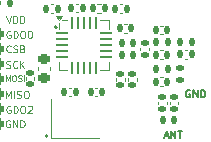
<source format=gbr>
%TF.GenerationSoftware,KiCad,Pcbnew,8.0.5-8.0.5-0~ubuntu22.04.1*%
%TF.CreationDate,2024-09-30T12:15:54+02:00*%
%TF.ProjectId,CC1101_868MHz_RF_Modul_FUEL4EP,43433131-3031-45f3-9836-384d487a5f52,1.7*%
%TF.SameCoordinates,Original*%
%TF.FileFunction,Legend,Top*%
%TF.FilePolarity,Positive*%
%FSLAX46Y46*%
G04 Gerber Fmt 4.6, Leading zero omitted, Abs format (unit mm)*
G04 Created by KiCad (PCBNEW 8.0.5-8.0.5-0~ubuntu22.04.1) date 2024-09-30 12:15:54*
%MOMM*%
%LPD*%
G01*
G04 APERTURE LIST*
G04 Aperture macros list*
%AMRoundRect*
0 Rectangle with rounded corners*
0 $1 Rounding radius*
0 $2 $3 $4 $5 $6 $7 $8 $9 X,Y pos of 4 corners*
0 Add a 4 corners polygon primitive as box body*
4,1,4,$2,$3,$4,$5,$6,$7,$8,$9,$2,$3,0*
0 Add four circle primitives for the rounded corners*
1,1,$1+$1,$2,$3*
1,1,$1+$1,$4,$5*
1,1,$1+$1,$6,$7*
1,1,$1+$1,$8,$9*
0 Add four rect primitives between the rounded corners*
20,1,$1+$1,$2,$3,$4,$5,0*
20,1,$1+$1,$4,$5,$6,$7,0*
20,1,$1+$1,$6,$7,$8,$9,0*
20,1,$1+$1,$8,$9,$2,$3,0*%
G04 Aperture macros list end*
%ADD10C,0.176200*%
%ADD11C,0.150000*%
%ADD12C,0.100000*%
%ADD13C,0.120000*%
%ADD14RoundRect,0.147500X-0.147500X-0.172500X0.147500X-0.172500X0.147500X0.172500X-0.147500X0.172500X0*%
%ADD15RoundRect,0.140000X0.140000X0.170000X-0.140000X0.170000X-0.140000X-0.170000X0.140000X-0.170000X0*%
%ADD16RoundRect,0.140000X-0.140000X-0.170000X0.140000X-0.170000X0.140000X0.170000X-0.140000X0.170000X0*%
%ADD17RoundRect,0.250000X-0.600000X-0.250000X0.600000X-0.250000X0.600000X0.250000X-0.600000X0.250000X0*%
%ADD18RoundRect,0.147500X-0.172500X0.147500X-0.172500X-0.147500X0.172500X-0.147500X0.172500X0.147500X0*%
%ADD19RoundRect,0.140000X0.170000X-0.140000X0.170000X0.140000X-0.170000X0.140000X-0.170000X-0.140000X0*%
%ADD20R,1.700000X1.000000*%
%ADD21RoundRect,0.140000X-0.170000X0.140000X-0.170000X-0.140000X0.170000X-0.140000X0.170000X0.140000X0*%
%ADD22RoundRect,0.135000X0.135000X0.185000X-0.135000X0.185000X-0.135000X-0.185000X0.135000X-0.185000X0*%
%ADD23R,1.400000X1.200000*%
%ADD24RoundRect,0.225000X-0.250000X0.225000X-0.250000X-0.225000X0.250000X-0.225000X0.250000X0.225000X0*%
%ADD25RoundRect,0.062500X-0.425000X-0.062500X0.425000X-0.062500X0.425000X0.062500X-0.425000X0.062500X0*%
%ADD26RoundRect,0.062500X-0.062500X-0.425000X0.062500X-0.425000X0.062500X0.425000X-0.062500X0.425000X0*%
%ADD27R,2.400000X2.400000*%
G04 APERTURE END LIST*
D10*
X5538100Y1025000D02*
G75*
G02*
X5361900Y1025000I-88100J0D01*
G01*
X5361900Y1025000D02*
G75*
G02*
X5538100Y1025000I88100J0D01*
G01*
X6288100Y10225000D02*
G75*
G02*
X6111900Y10225000I-88100J0D01*
G01*
X6111900Y10225000D02*
G75*
G02*
X6288100Y10225000I88100J0D01*
G01*
D11*
X15443285Y1044657D02*
X15729000Y1044657D01*
X15386142Y873228D02*
X15586142Y1473228D01*
X15586142Y1473228D02*
X15786142Y873228D01*
X15986143Y873228D02*
X15986143Y1473228D01*
X15986143Y1473228D02*
X16329000Y873228D01*
X16329000Y873228D02*
X16329000Y1473228D01*
X16528999Y1473228D02*
X16871857Y1473228D01*
X16700428Y873228D02*
X16700428Y1473228D01*
X17576857Y4873657D02*
X17519715Y4902228D01*
X17519715Y4902228D02*
X17434000Y4902228D01*
X17434000Y4902228D02*
X17348286Y4873657D01*
X17348286Y4873657D02*
X17291143Y4816514D01*
X17291143Y4816514D02*
X17262572Y4759371D01*
X17262572Y4759371D02*
X17234000Y4645085D01*
X17234000Y4645085D02*
X17234000Y4559371D01*
X17234000Y4559371D02*
X17262572Y4445085D01*
X17262572Y4445085D02*
X17291143Y4387942D01*
X17291143Y4387942D02*
X17348286Y4330800D01*
X17348286Y4330800D02*
X17434000Y4302228D01*
X17434000Y4302228D02*
X17491143Y4302228D01*
X17491143Y4302228D02*
X17576857Y4330800D01*
X17576857Y4330800D02*
X17605429Y4359371D01*
X17605429Y4359371D02*
X17605429Y4559371D01*
X17605429Y4559371D02*
X17491143Y4559371D01*
X17862572Y4302228D02*
X17862572Y4902228D01*
X17862572Y4902228D02*
X18205429Y4302228D01*
X18205429Y4302228D02*
X18205429Y4902228D01*
X18491143Y4302228D02*
X18491143Y4902228D01*
X18491143Y4902228D02*
X18634000Y4902228D01*
X18634000Y4902228D02*
X18719714Y4873657D01*
X18719714Y4873657D02*
X18776857Y4816514D01*
X18776857Y4816514D02*
X18805428Y4759371D01*
X18805428Y4759371D02*
X18834000Y4645085D01*
X18834000Y4645085D02*
X18834000Y4559371D01*
X18834000Y4559371D02*
X18805428Y4445085D01*
X18805428Y4445085D02*
X18776857Y4387942D01*
X18776857Y4387942D02*
X18719714Y4330800D01*
X18719714Y4330800D02*
X18634000Y4302228D01*
X18634000Y4302228D02*
X18491143Y4302228D01*
D12*
X2351731Y3545657D02*
X2294589Y3574228D01*
X2294589Y3574228D02*
X2208874Y3574228D01*
X2208874Y3574228D02*
X2123160Y3545657D01*
X2123160Y3545657D02*
X2066017Y3488514D01*
X2066017Y3488514D02*
X2037446Y3431371D01*
X2037446Y3431371D02*
X2008874Y3317085D01*
X2008874Y3317085D02*
X2008874Y3231371D01*
X2008874Y3231371D02*
X2037446Y3117085D01*
X2037446Y3117085D02*
X2066017Y3059942D01*
X2066017Y3059942D02*
X2123160Y3002800D01*
X2123160Y3002800D02*
X2208874Y2974228D01*
X2208874Y2974228D02*
X2266017Y2974228D01*
X2266017Y2974228D02*
X2351731Y3002800D01*
X2351731Y3002800D02*
X2380303Y3031371D01*
X2380303Y3031371D02*
X2380303Y3231371D01*
X2380303Y3231371D02*
X2266017Y3231371D01*
X2637446Y2974228D02*
X2637446Y3574228D01*
X2637446Y3574228D02*
X2780303Y3574228D01*
X2780303Y3574228D02*
X2866017Y3545657D01*
X2866017Y3545657D02*
X2923160Y3488514D01*
X2923160Y3488514D02*
X2951731Y3431371D01*
X2951731Y3431371D02*
X2980303Y3317085D01*
X2980303Y3317085D02*
X2980303Y3231371D01*
X2980303Y3231371D02*
X2951731Y3117085D01*
X2951731Y3117085D02*
X2923160Y3059942D01*
X2923160Y3059942D02*
X2866017Y3002800D01*
X2866017Y3002800D02*
X2780303Y2974228D01*
X2780303Y2974228D02*
X2637446Y2974228D01*
X3351731Y3574228D02*
X3466017Y3574228D01*
X3466017Y3574228D02*
X3523160Y3545657D01*
X3523160Y3545657D02*
X3580303Y3488514D01*
X3580303Y3488514D02*
X3608874Y3374228D01*
X3608874Y3374228D02*
X3608874Y3174228D01*
X3608874Y3174228D02*
X3580303Y3059942D01*
X3580303Y3059942D02*
X3523160Y3002800D01*
X3523160Y3002800D02*
X3466017Y2974228D01*
X3466017Y2974228D02*
X3351731Y2974228D01*
X3351731Y2974228D02*
X3294589Y3002800D01*
X3294589Y3002800D02*
X3237446Y3059942D01*
X3237446Y3059942D02*
X3208874Y3174228D01*
X3208874Y3174228D02*
X3208874Y3374228D01*
X3208874Y3374228D02*
X3237446Y3488514D01*
X3237446Y3488514D02*
X3294589Y3545657D01*
X3294589Y3545657D02*
X3351731Y3574228D01*
X3837445Y3517085D02*
X3866017Y3545657D01*
X3866017Y3545657D02*
X3923160Y3574228D01*
X3923160Y3574228D02*
X4066017Y3574228D01*
X4066017Y3574228D02*
X4123160Y3545657D01*
X4123160Y3545657D02*
X4151731Y3517085D01*
X4151731Y3517085D02*
X4180302Y3459942D01*
X4180302Y3459942D02*
X4180302Y3402800D01*
X4180302Y3402800D02*
X4151731Y3317085D01*
X4151731Y3317085D02*
X3808874Y2974228D01*
X3808874Y2974228D02*
X4180302Y2974228D01*
X2002531Y11194228D02*
X2202531Y10594228D01*
X2202531Y10594228D02*
X2402531Y11194228D01*
X2602532Y10594228D02*
X2602532Y11194228D01*
X2602532Y11194228D02*
X2745389Y11194228D01*
X2745389Y11194228D02*
X2831103Y11165657D01*
X2831103Y11165657D02*
X2888246Y11108514D01*
X2888246Y11108514D02*
X2916817Y11051371D01*
X2916817Y11051371D02*
X2945389Y10937085D01*
X2945389Y10937085D02*
X2945389Y10851371D01*
X2945389Y10851371D02*
X2916817Y10737085D01*
X2916817Y10737085D02*
X2888246Y10679942D01*
X2888246Y10679942D02*
X2831103Y10622800D01*
X2831103Y10622800D02*
X2745389Y10594228D01*
X2745389Y10594228D02*
X2602532Y10594228D01*
X3202532Y10594228D02*
X3202532Y11194228D01*
X3202532Y11194228D02*
X3345389Y11194228D01*
X3345389Y11194228D02*
X3431103Y11165657D01*
X3431103Y11165657D02*
X3488246Y11108514D01*
X3488246Y11108514D02*
X3516817Y11051371D01*
X3516817Y11051371D02*
X3545389Y10937085D01*
X3545389Y10937085D02*
X3545389Y10851371D01*
X3545389Y10851371D02*
X3516817Y10737085D01*
X3516817Y10737085D02*
X3488246Y10679942D01*
X3488246Y10679942D02*
X3431103Y10622800D01*
X3431103Y10622800D02*
X3345389Y10594228D01*
X3345389Y10594228D02*
X3202532Y10594228D01*
X2380303Y8162171D02*
X2351731Y8133600D01*
X2351731Y8133600D02*
X2266017Y8105028D01*
X2266017Y8105028D02*
X2208874Y8105028D01*
X2208874Y8105028D02*
X2123160Y8133600D01*
X2123160Y8133600D02*
X2066017Y8190742D01*
X2066017Y8190742D02*
X2037446Y8247885D01*
X2037446Y8247885D02*
X2008874Y8362171D01*
X2008874Y8362171D02*
X2008874Y8447885D01*
X2008874Y8447885D02*
X2037446Y8562171D01*
X2037446Y8562171D02*
X2066017Y8619314D01*
X2066017Y8619314D02*
X2123160Y8676457D01*
X2123160Y8676457D02*
X2208874Y8705028D01*
X2208874Y8705028D02*
X2266017Y8705028D01*
X2266017Y8705028D02*
X2351731Y8676457D01*
X2351731Y8676457D02*
X2380303Y8647885D01*
X2608874Y8133600D02*
X2694589Y8105028D01*
X2694589Y8105028D02*
X2837446Y8105028D01*
X2837446Y8105028D02*
X2894589Y8133600D01*
X2894589Y8133600D02*
X2923160Y8162171D01*
X2923160Y8162171D02*
X2951731Y8219314D01*
X2951731Y8219314D02*
X2951731Y8276457D01*
X2951731Y8276457D02*
X2923160Y8333600D01*
X2923160Y8333600D02*
X2894589Y8362171D01*
X2894589Y8362171D02*
X2837446Y8390742D01*
X2837446Y8390742D02*
X2723160Y8419314D01*
X2723160Y8419314D02*
X2666017Y8447885D01*
X2666017Y8447885D02*
X2637446Y8476457D01*
X2637446Y8476457D02*
X2608874Y8533600D01*
X2608874Y8533600D02*
X2608874Y8590742D01*
X2608874Y8590742D02*
X2637446Y8647885D01*
X2637446Y8647885D02*
X2666017Y8676457D01*
X2666017Y8676457D02*
X2723160Y8705028D01*
X2723160Y8705028D02*
X2866017Y8705028D01*
X2866017Y8705028D02*
X2951731Y8676457D01*
X3408875Y8419314D02*
X3494589Y8390742D01*
X3494589Y8390742D02*
X3523160Y8362171D01*
X3523160Y8362171D02*
X3551732Y8305028D01*
X3551732Y8305028D02*
X3551732Y8219314D01*
X3551732Y8219314D02*
X3523160Y8162171D01*
X3523160Y8162171D02*
X3494589Y8133600D01*
X3494589Y8133600D02*
X3437446Y8105028D01*
X3437446Y8105028D02*
X3208875Y8105028D01*
X3208875Y8105028D02*
X3208875Y8705028D01*
X3208875Y8705028D02*
X3408875Y8705028D01*
X3408875Y8705028D02*
X3466018Y8676457D01*
X3466018Y8676457D02*
X3494589Y8647885D01*
X3494589Y8647885D02*
X3523160Y8590742D01*
X3523160Y8590742D02*
X3523160Y8533600D01*
X3523160Y8533600D02*
X3494589Y8476457D01*
X3494589Y8476457D02*
X3466018Y8447885D01*
X3466018Y8447885D02*
X3408875Y8419314D01*
X3408875Y8419314D02*
X3208875Y8419314D01*
X2300931Y2326457D02*
X2243789Y2355028D01*
X2243789Y2355028D02*
X2158074Y2355028D01*
X2158074Y2355028D02*
X2072360Y2326457D01*
X2072360Y2326457D02*
X2015217Y2269314D01*
X2015217Y2269314D02*
X1986646Y2212171D01*
X1986646Y2212171D02*
X1958074Y2097885D01*
X1958074Y2097885D02*
X1958074Y2012171D01*
X1958074Y2012171D02*
X1986646Y1897885D01*
X1986646Y1897885D02*
X2015217Y1840742D01*
X2015217Y1840742D02*
X2072360Y1783600D01*
X2072360Y1783600D02*
X2158074Y1755028D01*
X2158074Y1755028D02*
X2215217Y1755028D01*
X2215217Y1755028D02*
X2300931Y1783600D01*
X2300931Y1783600D02*
X2329503Y1812171D01*
X2329503Y1812171D02*
X2329503Y2012171D01*
X2329503Y2012171D02*
X2215217Y2012171D01*
X2586646Y1755028D02*
X2586646Y2355028D01*
X2586646Y2355028D02*
X2929503Y1755028D01*
X2929503Y1755028D02*
X2929503Y2355028D01*
X3215217Y1755028D02*
X3215217Y2355028D01*
X3215217Y2355028D02*
X3358074Y2355028D01*
X3358074Y2355028D02*
X3443788Y2326457D01*
X3443788Y2326457D02*
X3500931Y2269314D01*
X3500931Y2269314D02*
X3529502Y2212171D01*
X3529502Y2212171D02*
X3558074Y2097885D01*
X3558074Y2097885D02*
X3558074Y2012171D01*
X3558074Y2012171D02*
X3529502Y1897885D01*
X3529502Y1897885D02*
X3500931Y1840742D01*
X3500931Y1840742D02*
X3443788Y1783600D01*
X3443788Y1783600D02*
X3358074Y1755028D01*
X3358074Y1755028D02*
X3215217Y1755028D01*
X2008874Y6812800D02*
X2094589Y6784228D01*
X2094589Y6784228D02*
X2237446Y6784228D01*
X2237446Y6784228D02*
X2294589Y6812800D01*
X2294589Y6812800D02*
X2323160Y6841371D01*
X2323160Y6841371D02*
X2351731Y6898514D01*
X2351731Y6898514D02*
X2351731Y6955657D01*
X2351731Y6955657D02*
X2323160Y7012800D01*
X2323160Y7012800D02*
X2294589Y7041371D01*
X2294589Y7041371D02*
X2237446Y7069942D01*
X2237446Y7069942D02*
X2123160Y7098514D01*
X2123160Y7098514D02*
X2066017Y7127085D01*
X2066017Y7127085D02*
X2037446Y7155657D01*
X2037446Y7155657D02*
X2008874Y7212800D01*
X2008874Y7212800D02*
X2008874Y7269942D01*
X2008874Y7269942D02*
X2037446Y7327085D01*
X2037446Y7327085D02*
X2066017Y7355657D01*
X2066017Y7355657D02*
X2123160Y7384228D01*
X2123160Y7384228D02*
X2266017Y7384228D01*
X2266017Y7384228D02*
X2351731Y7355657D01*
X2951732Y6841371D02*
X2923160Y6812800D01*
X2923160Y6812800D02*
X2837446Y6784228D01*
X2837446Y6784228D02*
X2780303Y6784228D01*
X2780303Y6784228D02*
X2694589Y6812800D01*
X2694589Y6812800D02*
X2637446Y6869942D01*
X2637446Y6869942D02*
X2608875Y6927085D01*
X2608875Y6927085D02*
X2580303Y7041371D01*
X2580303Y7041371D02*
X2580303Y7127085D01*
X2580303Y7127085D02*
X2608875Y7241371D01*
X2608875Y7241371D02*
X2637446Y7298514D01*
X2637446Y7298514D02*
X2694589Y7355657D01*
X2694589Y7355657D02*
X2780303Y7384228D01*
X2780303Y7384228D02*
X2837446Y7384228D01*
X2837446Y7384228D02*
X2923160Y7355657D01*
X2923160Y7355657D02*
X2951732Y7327085D01*
X3208875Y6784228D02*
X3208875Y7384228D01*
X3551732Y6784228D02*
X3294589Y7127085D01*
X3551732Y7384228D02*
X3208875Y7041371D01*
X1986646Y4244228D02*
X1986646Y4844228D01*
X1986646Y4844228D02*
X2186646Y4415657D01*
X2186646Y4415657D02*
X2386646Y4844228D01*
X2386646Y4844228D02*
X2386646Y4244228D01*
X2672360Y4244228D02*
X2672360Y4844228D01*
X2929502Y4272800D02*
X3015217Y4244228D01*
X3015217Y4244228D02*
X3158074Y4244228D01*
X3158074Y4244228D02*
X3215217Y4272800D01*
X3215217Y4272800D02*
X3243788Y4301371D01*
X3243788Y4301371D02*
X3272359Y4358514D01*
X3272359Y4358514D02*
X3272359Y4415657D01*
X3272359Y4415657D02*
X3243788Y4472800D01*
X3243788Y4472800D02*
X3215217Y4501371D01*
X3215217Y4501371D02*
X3158074Y4529942D01*
X3158074Y4529942D02*
X3043788Y4558514D01*
X3043788Y4558514D02*
X2986645Y4587085D01*
X2986645Y4587085D02*
X2958074Y4615657D01*
X2958074Y4615657D02*
X2929502Y4672800D01*
X2929502Y4672800D02*
X2929502Y4729942D01*
X2929502Y4729942D02*
X2958074Y4787085D01*
X2958074Y4787085D02*
X2986645Y4815657D01*
X2986645Y4815657D02*
X3043788Y4844228D01*
X3043788Y4844228D02*
X3186645Y4844228D01*
X3186645Y4844228D02*
X3272359Y4815657D01*
X3643788Y4844228D02*
X3758074Y4844228D01*
X3758074Y4844228D02*
X3815217Y4815657D01*
X3815217Y4815657D02*
X3872360Y4758514D01*
X3872360Y4758514D02*
X3900931Y4644228D01*
X3900931Y4644228D02*
X3900931Y4444228D01*
X3900931Y4444228D02*
X3872360Y4329942D01*
X3872360Y4329942D02*
X3815217Y4272800D01*
X3815217Y4272800D02*
X3758074Y4244228D01*
X3758074Y4244228D02*
X3643788Y4244228D01*
X3643788Y4244228D02*
X3586646Y4272800D01*
X3586646Y4272800D02*
X3529503Y4329942D01*
X3529503Y4329942D02*
X3500931Y4444228D01*
X3500931Y4444228D02*
X3500931Y4644228D01*
X3500931Y4644228D02*
X3529503Y4758514D01*
X3529503Y4758514D02*
X3586646Y4815657D01*
X3586646Y4815657D02*
X3643788Y4844228D01*
X1962836Y5654390D02*
X1962836Y6154390D01*
X1962836Y6154390D02*
X2129503Y5797247D01*
X2129503Y5797247D02*
X2296169Y6154390D01*
X2296169Y6154390D02*
X2296169Y5654390D01*
X2629503Y6154390D02*
X2724741Y6154390D01*
X2724741Y6154390D02*
X2772360Y6130580D01*
X2772360Y6130580D02*
X2819979Y6082961D01*
X2819979Y6082961D02*
X2843789Y5987723D01*
X2843789Y5987723D02*
X2843789Y5821057D01*
X2843789Y5821057D02*
X2819979Y5725819D01*
X2819979Y5725819D02*
X2772360Y5678200D01*
X2772360Y5678200D02*
X2724741Y5654390D01*
X2724741Y5654390D02*
X2629503Y5654390D01*
X2629503Y5654390D02*
X2581884Y5678200D01*
X2581884Y5678200D02*
X2534265Y5725819D01*
X2534265Y5725819D02*
X2510456Y5821057D01*
X2510456Y5821057D02*
X2510456Y5987723D01*
X2510456Y5987723D02*
X2534265Y6082961D01*
X2534265Y6082961D02*
X2581884Y6130580D01*
X2581884Y6130580D02*
X2629503Y6154390D01*
X3034266Y5678200D02*
X3105694Y5654390D01*
X3105694Y5654390D02*
X3224742Y5654390D01*
X3224742Y5654390D02*
X3272361Y5678200D01*
X3272361Y5678200D02*
X3296170Y5702009D01*
X3296170Y5702009D02*
X3319980Y5749628D01*
X3319980Y5749628D02*
X3319980Y5797247D01*
X3319980Y5797247D02*
X3296170Y5844866D01*
X3296170Y5844866D02*
X3272361Y5868676D01*
X3272361Y5868676D02*
X3224742Y5892485D01*
X3224742Y5892485D02*
X3129504Y5916295D01*
X3129504Y5916295D02*
X3081885Y5940104D01*
X3081885Y5940104D02*
X3058075Y5963914D01*
X3058075Y5963914D02*
X3034266Y6011533D01*
X3034266Y6011533D02*
X3034266Y6059152D01*
X3034266Y6059152D02*
X3058075Y6106771D01*
X3058075Y6106771D02*
X3081885Y6130580D01*
X3081885Y6130580D02*
X3129504Y6154390D01*
X3129504Y6154390D02*
X3248551Y6154390D01*
X3248551Y6154390D02*
X3319980Y6130580D01*
X3534265Y5654390D02*
X3534265Y6154390D01*
X2351731Y9895657D02*
X2294589Y9924228D01*
X2294589Y9924228D02*
X2208874Y9924228D01*
X2208874Y9924228D02*
X2123160Y9895657D01*
X2123160Y9895657D02*
X2066017Y9838514D01*
X2066017Y9838514D02*
X2037446Y9781371D01*
X2037446Y9781371D02*
X2008874Y9667085D01*
X2008874Y9667085D02*
X2008874Y9581371D01*
X2008874Y9581371D02*
X2037446Y9467085D01*
X2037446Y9467085D02*
X2066017Y9409942D01*
X2066017Y9409942D02*
X2123160Y9352800D01*
X2123160Y9352800D02*
X2208874Y9324228D01*
X2208874Y9324228D02*
X2266017Y9324228D01*
X2266017Y9324228D02*
X2351731Y9352800D01*
X2351731Y9352800D02*
X2380303Y9381371D01*
X2380303Y9381371D02*
X2380303Y9581371D01*
X2380303Y9581371D02*
X2266017Y9581371D01*
X2637446Y9324228D02*
X2637446Y9924228D01*
X2637446Y9924228D02*
X2780303Y9924228D01*
X2780303Y9924228D02*
X2866017Y9895657D01*
X2866017Y9895657D02*
X2923160Y9838514D01*
X2923160Y9838514D02*
X2951731Y9781371D01*
X2951731Y9781371D02*
X2980303Y9667085D01*
X2980303Y9667085D02*
X2980303Y9581371D01*
X2980303Y9581371D02*
X2951731Y9467085D01*
X2951731Y9467085D02*
X2923160Y9409942D01*
X2923160Y9409942D02*
X2866017Y9352800D01*
X2866017Y9352800D02*
X2780303Y9324228D01*
X2780303Y9324228D02*
X2637446Y9324228D01*
X3351731Y9924228D02*
X3466017Y9924228D01*
X3466017Y9924228D02*
X3523160Y9895657D01*
X3523160Y9895657D02*
X3580303Y9838514D01*
X3580303Y9838514D02*
X3608874Y9724228D01*
X3608874Y9724228D02*
X3608874Y9524228D01*
X3608874Y9524228D02*
X3580303Y9409942D01*
X3580303Y9409942D02*
X3523160Y9352800D01*
X3523160Y9352800D02*
X3466017Y9324228D01*
X3466017Y9324228D02*
X3351731Y9324228D01*
X3351731Y9324228D02*
X3294589Y9352800D01*
X3294589Y9352800D02*
X3237446Y9409942D01*
X3237446Y9409942D02*
X3208874Y9524228D01*
X3208874Y9524228D02*
X3208874Y9724228D01*
X3208874Y9724228D02*
X3237446Y9838514D01*
X3237446Y9838514D02*
X3294589Y9895657D01*
X3294589Y9895657D02*
X3351731Y9924228D01*
X3980302Y9924228D02*
X4037445Y9924228D01*
X4037445Y9924228D02*
X4094588Y9895657D01*
X4094588Y9895657D02*
X4123160Y9867085D01*
X4123160Y9867085D02*
X4151731Y9809942D01*
X4151731Y9809942D02*
X4180302Y9695657D01*
X4180302Y9695657D02*
X4180302Y9552800D01*
X4180302Y9552800D02*
X4151731Y9438514D01*
X4151731Y9438514D02*
X4123160Y9381371D01*
X4123160Y9381371D02*
X4094588Y9352800D01*
X4094588Y9352800D02*
X4037445Y9324228D01*
X4037445Y9324228D02*
X3980302Y9324228D01*
X3980302Y9324228D02*
X3923160Y9352800D01*
X3923160Y9352800D02*
X3894588Y9381371D01*
X3894588Y9381371D02*
X3866017Y9438514D01*
X3866017Y9438514D02*
X3837445Y9552800D01*
X3837445Y9552800D02*
X3837445Y9695657D01*
X3837445Y9695657D02*
X3866017Y9809942D01*
X3866017Y9809942D02*
X3894588Y9867085D01*
X3894588Y9867085D02*
X3923160Y9895657D01*
X3923160Y9895657D02*
X3980302Y9924228D01*
D13*
%TO.C,C14*%
X8106236Y11476400D02*
X7890564Y11476400D01*
X8106236Y12196400D02*
X7890564Y12196400D01*
%TO.C,C5*%
X17332036Y7565200D02*
X17116364Y7565200D01*
X17332036Y8285200D02*
X17116364Y8285200D01*
%TO.C,C3*%
X15052764Y5973800D02*
X15268436Y5973800D01*
X15052764Y5253800D02*
X15268436Y5253800D01*
%TO.C,C2*%
X13369000Y8276964D02*
X13369000Y8492636D01*
X14089000Y8276964D02*
X14089000Y8492636D01*
%TO.C,C7*%
X15840000Y3702164D02*
X15840000Y3917836D01*
X16560000Y3702164D02*
X16560000Y3917836D01*
%TO.C,C16*%
X4373200Y6000636D02*
X4373200Y5784964D01*
X3653200Y6000636D02*
X3653200Y5784964D01*
%TO.C,R1*%
X10008841Y11456400D02*
X9701559Y11456400D01*
X10008841Y12216400D02*
X9701559Y12216400D01*
%TO.C,C15*%
X11324000Y5693164D02*
X11324000Y5908836D01*
X12044000Y5693164D02*
X12044000Y5908836D01*
%TO.C,C17*%
X12340000Y5693164D02*
X12340000Y5908836D01*
X13060000Y5693164D02*
X13060000Y5908836D01*
%TO.C,Y1*%
X5823200Y4190000D02*
X5823200Y890000D01*
X5823200Y890000D02*
X9823200Y890000D01*
%TO.C,C13*%
X5717000Y6871580D02*
X5717000Y6590420D01*
X4697000Y6871580D02*
X4697000Y6590420D01*
%TO.C,C10*%
X5765164Y12171000D02*
X5980836Y12171000D01*
X5765164Y11451000D02*
X5980836Y11451000D01*
%TO.C,C4*%
X15052764Y8259800D02*
X15268436Y8259800D01*
X15052764Y7539800D02*
X15268436Y7539800D01*
%TO.C,C12*%
X11842636Y11451000D02*
X11626964Y11451000D01*
X11842636Y12171000D02*
X11626964Y12171000D01*
%TO.C,C11*%
X12017164Y10485000D02*
X12232836Y10485000D01*
X12017164Y9765000D02*
X12232836Y9765000D01*
%TO.C,C8*%
X7308964Y5084400D02*
X7524636Y5084400D01*
X7308964Y4364400D02*
X7524636Y4364400D01*
%TO.C,C1*%
X15052764Y10342600D02*
X15268436Y10342600D01*
X15052764Y9622600D02*
X15268436Y9622600D01*
%TO.C,C6*%
X14880000Y3702164D02*
X14880000Y3917836D01*
X15600000Y3702164D02*
X15600000Y3917836D01*
%TO.C,C9*%
X9734436Y4364400D02*
X9518764Y4364400D01*
X9734436Y5084400D02*
X9518764Y5084400D01*
%TO.C,U1*%
X6469000Y10087800D02*
X6469000Y10572800D01*
X6469000Y6592800D02*
X6469000Y7317800D01*
X7194000Y10812800D02*
X6769000Y10812800D01*
X7194000Y6592800D02*
X6469000Y6592800D01*
X9964000Y10812800D02*
X10689000Y10812800D01*
X9964000Y6592800D02*
X10689000Y6592800D01*
X10689000Y10812800D02*
X10689000Y10087800D01*
X10689000Y6592800D02*
X10689000Y7317800D01*
X6469000Y10812800D02*
X6229000Y11142800D01*
X6709000Y11142800D01*
X6469000Y10812800D01*
G36*
X6469000Y10812800D02*
G01*
X6229000Y11142800D01*
X6709000Y11142800D01*
X6469000Y10812800D01*
G37*
%TD*%
%LPC*%
D14*
%TO.C,L1*%
X11794000Y8892800D03*
X12764000Y8892800D03*
%TD*%
D15*
%TO.C,C14*%
X8478400Y11836400D03*
X7518400Y11836400D03*
%TD*%
D14*
%TO.C,L7*%
X15263000Y2413000D03*
X16233000Y2413000D03*
%TD*%
%TO.C,L3*%
X14695600Y6731400D03*
X15665600Y6731400D03*
%TD*%
%TO.C,L2*%
X11794000Y7902800D03*
X12764000Y7902800D03*
%TD*%
D15*
%TO.C,C5*%
X17704200Y7925200D03*
X16744200Y7925200D03*
%TD*%
D16*
%TO.C,C3*%
X14680600Y5613800D03*
X15640600Y5613800D03*
%TD*%
D17*
%TO.C,JC5*%
X950000Y5810000D03*
%TD*%
D18*
%TO.C,L6*%
X16750000Y6735000D03*
X16750000Y5765000D03*
%TD*%
D19*
%TO.C,C2*%
X13729000Y7904800D03*
X13729000Y8864800D03*
%TD*%
D20*
%TO.C,JA1*%
X18050000Y3550000D03*
%TD*%
D17*
%TO.C,JC8*%
X950000Y2000000D03*
%TD*%
D19*
%TO.C,C7*%
X16200000Y3330000D03*
X16200000Y4290000D03*
%TD*%
D21*
%TO.C,C16*%
X4013200Y6372800D03*
X4013200Y5412800D03*
%TD*%
D22*
%TO.C,R1*%
X10365200Y11836400D03*
X9345200Y11836400D03*
%TD*%
D19*
%TO.C,C15*%
X11684000Y5321000D03*
X11684000Y6281000D03*
%TD*%
%TO.C,C17*%
X12700000Y5321000D03*
X12700000Y6281000D03*
%TD*%
D20*
%TO.C,JA2*%
X18050000Y1270000D03*
%TD*%
D14*
%TO.C,L4*%
X14695600Y8966600D03*
X15665600Y8966600D03*
%TD*%
D23*
%TO.C,Y1*%
X6723200Y1690000D03*
X8923200Y1690000D03*
X8923200Y3390000D03*
X6723200Y3390000D03*
%TD*%
D24*
%TO.C,C13*%
X5207000Y7506000D03*
X5207000Y5956000D03*
%TD*%
D16*
%TO.C,C10*%
X5393000Y11811000D03*
X6353000Y11811000D03*
%TD*%
%TO.C,C4*%
X14680600Y7899800D03*
X15640600Y7899800D03*
%TD*%
D17*
%TO.C,JC6*%
X950000Y4540000D03*
%TD*%
D14*
%TO.C,FB1*%
X1340000Y12275000D03*
X2310000Y12275000D03*
%TD*%
D15*
%TO.C,C12*%
X12214800Y11811000D03*
X11254800Y11811000D03*
%TD*%
D17*
%TO.C,JC3*%
X950000Y8350000D03*
%TD*%
%TO.C,JC2*%
X950000Y9620000D03*
%TD*%
D20*
%TO.C,JC1*%
X950000Y10890000D03*
%TD*%
D14*
%TO.C,L5*%
X16759200Y8941200D03*
X17729200Y8941200D03*
%TD*%
D16*
%TO.C,C11*%
X11645000Y10125000D03*
X12605000Y10125000D03*
%TD*%
%TO.C,C8*%
X6936800Y4724400D03*
X7896800Y4724400D03*
%TD*%
%TO.C,C1*%
X14680600Y9982600D03*
X15640600Y9982600D03*
%TD*%
D19*
%TO.C,C6*%
X15240000Y3330000D03*
X15240000Y4290000D03*
%TD*%
D15*
%TO.C,C9*%
X10106600Y4724400D03*
X9146600Y4724400D03*
%TD*%
D17*
%TO.C,JC4*%
X950000Y7080000D03*
%TD*%
D25*
%TO.C,U1*%
X6691500Y9702800D03*
X6691500Y9202800D03*
X6691500Y8702800D03*
X6691500Y8202800D03*
X6691500Y7702800D03*
D26*
X7579000Y6815300D03*
X8079000Y6815300D03*
X8579000Y6815300D03*
X9079000Y6815300D03*
X9579000Y6815300D03*
D25*
X10466500Y7702800D03*
X10466500Y8202800D03*
X10466500Y8702800D03*
X10466500Y9202800D03*
X10466500Y9702800D03*
D26*
X9579000Y10590300D03*
X9079000Y10590300D03*
X8579000Y10590300D03*
X8079000Y10590300D03*
X7579000Y10590300D03*
D27*
X8579000Y8702800D03*
%TD*%
D17*
%TO.C,JC7*%
X950000Y3270000D03*
%TD*%
%LPD*%
M02*

</source>
